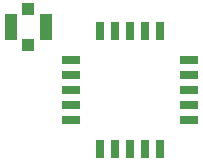
<source format=gbr>
%TF.GenerationSoftware,KiCad,Pcbnew,6.0.11-2627ca5db0~126~ubuntu22.04.1*%
%TF.CreationDate,2023-09-11T09:38:43+02:00*%
%TF.ProjectId,HB-UNI-SEN-BATT_E07-900MM10S_FUEL4EP,48422d55-4e49-42d5-9345-4e2d42415454,1.0*%
%TF.SameCoordinates,Original*%
%TF.FileFunction,Paste,Top*%
%TF.FilePolarity,Positive*%
%FSLAX46Y46*%
G04 Gerber Fmt 4.6, Leading zero omitted, Abs format (unit mm)*
G04 Created by KiCad (PCBNEW 6.0.11-2627ca5db0~126~ubuntu22.04.1) date 2023-09-11 09:38:43*
%MOMM*%
%LPD*%
G01*
G04 APERTURE LIST*
%ADD10R,0.800000X1.500000*%
%ADD11R,1.500000X0.800000*%
%ADD12R,1.000000X1.000000*%
%ADD13R,1.050000X2.200000*%
G04 APERTURE END LIST*
D10*
%TO.C,Module1*%
X33869000Y27338000D03*
D11*
X26329000Y34878000D03*
D10*
X33869000Y37338000D03*
D11*
X36329000Y34878000D03*
D10*
X32599000Y27338000D03*
D11*
X26329000Y33608000D03*
D10*
X32599000Y37338000D03*
D11*
X36329000Y33608000D03*
D10*
X31329000Y27338000D03*
D11*
X26329000Y32338000D03*
D10*
X31329000Y37338000D03*
D11*
X36329000Y32338000D03*
D10*
X30059000Y27338000D03*
D11*
X26329000Y31068000D03*
D10*
X30059000Y37338000D03*
D11*
X36329000Y31068000D03*
D10*
X28789000Y27338000D03*
D11*
X26329000Y29798000D03*
D10*
X28789000Y37338000D03*
D11*
X36329000Y29798000D03*
%TD*%
D12*
%TO.C,J12*%
X22735000Y36188000D03*
D13*
X24210000Y37688000D03*
X21260000Y37688000D03*
D12*
X22735000Y39188000D03*
%TD*%
M02*

</source>
